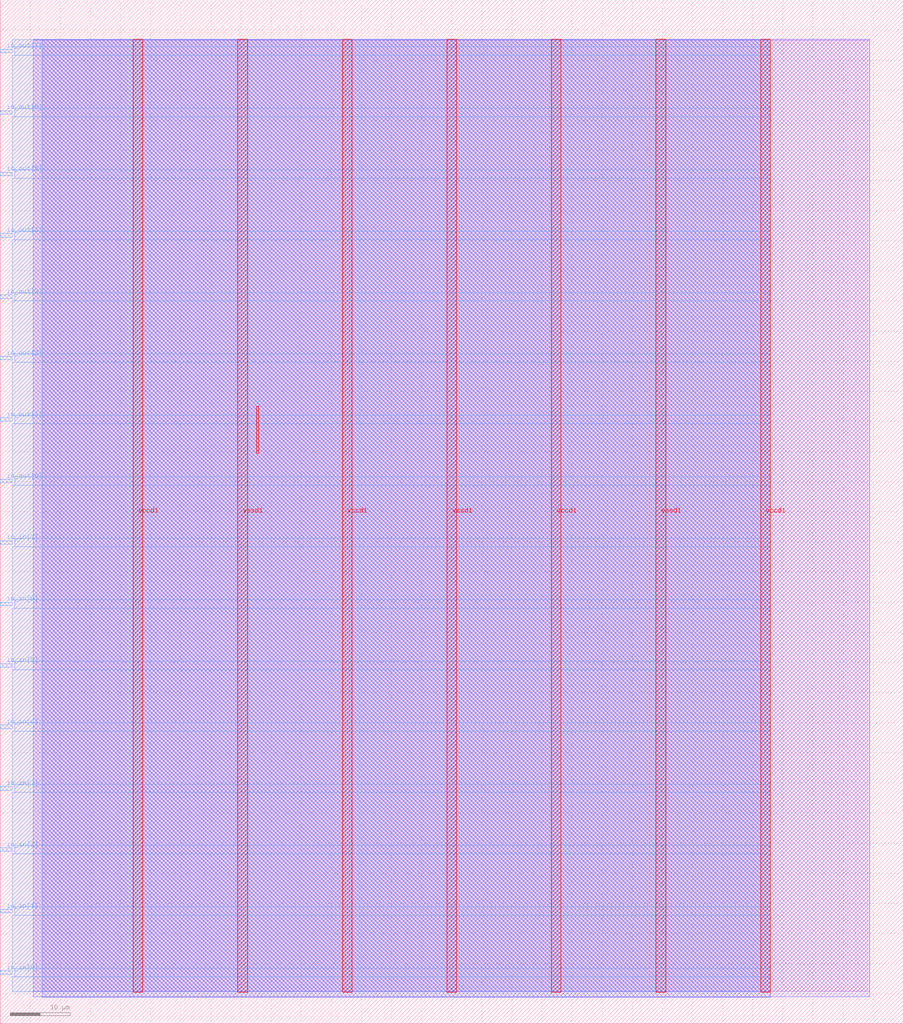
<source format=lef>
VERSION 5.7 ;
  NOWIREEXTENSIONATPIN ON ;
  DIVIDERCHAR "/" ;
  BUSBITCHARS "[]" ;
MACRO msaghir_top_level
  CLASS BLOCK ;
  FOREIGN msaghir_top_level ;
  ORIGIN 0.000 0.000 ;
  SIZE 150.000 BY 170.000 ;
  PIN io_in[0]
    DIRECTION INPUT ;
    USE SIGNAL ;
    PORT
      LAYER met3 ;
        RECT 0.000 8.200 2.000 8.800 ;
    END
  END io_in[0]
  PIN io_in[1]
    DIRECTION INPUT ;
    USE SIGNAL ;
    PORT
      LAYER met3 ;
        RECT 0.000 18.400 2.000 19.000 ;
    END
  END io_in[1]
  PIN io_in[2]
    DIRECTION INPUT ;
    USE SIGNAL ;
    PORT
      LAYER met3 ;
        RECT 0.000 28.600 2.000 29.200 ;
    END
  END io_in[2]
  PIN io_in[3]
    DIRECTION INPUT ;
    USE SIGNAL ;
    PORT
      LAYER met3 ;
        RECT 0.000 38.800 2.000 39.400 ;
    END
  END io_in[3]
  PIN io_in[4]
    DIRECTION INPUT ;
    USE SIGNAL ;
    PORT
      LAYER met3 ;
        RECT 0.000 49.000 2.000 49.600 ;
    END
  END io_in[4]
  PIN io_in[5]
    DIRECTION INPUT ;
    USE SIGNAL ;
    PORT
      LAYER met3 ;
        RECT 0.000 59.200 2.000 59.800 ;
    END
  END io_in[5]
  PIN io_in[6]
    DIRECTION INPUT ;
    USE SIGNAL ;
    PORT
      LAYER met3 ;
        RECT 0.000 69.400 2.000 70.000 ;
    END
  END io_in[6]
  PIN io_in[7]
    DIRECTION INPUT ;
    USE SIGNAL ;
    PORT
      LAYER met3 ;
        RECT 0.000 79.600 2.000 80.200 ;
    END
  END io_in[7]
  PIN io_out[0]
    DIRECTION OUTPUT TRISTATE ;
    USE SIGNAL ;
    PORT
      LAYER met3 ;
        RECT 0.000 89.800 2.000 90.400 ;
    END
  END io_out[0]
  PIN io_out[1]
    DIRECTION OUTPUT TRISTATE ;
    USE SIGNAL ;
    PORT
      LAYER met3 ;
        RECT 0.000 100.000 2.000 100.600 ;
    END
  END io_out[1]
  PIN io_out[2]
    DIRECTION OUTPUT TRISTATE ;
    USE SIGNAL ;
    PORT
      LAYER met3 ;
        RECT 0.000 110.200 2.000 110.800 ;
    END
  END io_out[2]
  PIN io_out[3]
    DIRECTION OUTPUT TRISTATE ;
    USE SIGNAL ;
    PORT
      LAYER met3 ;
        RECT 0.000 120.400 2.000 121.000 ;
    END
  END io_out[3]
  PIN io_out[4]
    DIRECTION OUTPUT TRISTATE ;
    USE SIGNAL ;
    PORT
      LAYER met3 ;
        RECT 0.000 130.600 2.000 131.200 ;
    END
  END io_out[4]
  PIN io_out[5]
    DIRECTION OUTPUT TRISTATE ;
    USE SIGNAL ;
    PORT
      LAYER met3 ;
        RECT 0.000 140.800 2.000 141.400 ;
    END
  END io_out[5]
  PIN io_out[6]
    DIRECTION OUTPUT TRISTATE ;
    USE SIGNAL ;
    PORT
      LAYER met3 ;
        RECT 0.000 151.000 2.000 151.600 ;
    END
  END io_out[6]
  PIN io_out[7]
    DIRECTION OUTPUT TRISTATE ;
    USE SIGNAL ;
    PORT
      LAYER met3 ;
        RECT 0.000 161.200 2.000 161.800 ;
    END
  END io_out[7]
  PIN vccd1
    DIRECTION INOUT ;
    USE POWER ;
    PORT
      LAYER met4 ;
        RECT 22.090 5.200 23.690 163.440 ;
    END
    PORT
      LAYER met4 ;
        RECT 56.830 5.200 58.430 163.440 ;
    END
    PORT
      LAYER met4 ;
        RECT 91.570 5.200 93.170 163.440 ;
    END
    PORT
      LAYER met4 ;
        RECT 126.310 5.200 127.910 163.440 ;
    END
  END vccd1
  PIN vssd1
    DIRECTION INOUT ;
    USE GROUND ;
    PORT
      LAYER met4 ;
        RECT 39.460 5.200 41.060 163.440 ;
    END
    PORT
      LAYER met4 ;
        RECT 74.200 5.200 75.800 163.440 ;
    END
    PORT
      LAYER met4 ;
        RECT 108.940 5.200 110.540 163.440 ;
    END
  END vssd1
  OBS
      LAYER li1 ;
        RECT 5.520 5.355 144.440 163.285 ;
      LAYER met1 ;
        RECT 5.520 4.460 144.440 163.440 ;
      LAYER met2 ;
        RECT 6.990 4.430 127.880 163.385 ;
      LAYER met3 ;
        RECT 2.000 162.200 127.900 163.365 ;
        RECT 2.400 160.800 127.900 162.200 ;
        RECT 2.000 152.000 127.900 160.800 ;
        RECT 2.400 150.600 127.900 152.000 ;
        RECT 2.000 141.800 127.900 150.600 ;
        RECT 2.400 140.400 127.900 141.800 ;
        RECT 2.000 131.600 127.900 140.400 ;
        RECT 2.400 130.200 127.900 131.600 ;
        RECT 2.000 121.400 127.900 130.200 ;
        RECT 2.400 120.000 127.900 121.400 ;
        RECT 2.000 111.200 127.900 120.000 ;
        RECT 2.400 109.800 127.900 111.200 ;
        RECT 2.000 101.000 127.900 109.800 ;
        RECT 2.400 99.600 127.900 101.000 ;
        RECT 2.000 90.800 127.900 99.600 ;
        RECT 2.400 89.400 127.900 90.800 ;
        RECT 2.000 80.600 127.900 89.400 ;
        RECT 2.400 79.200 127.900 80.600 ;
        RECT 2.000 70.400 127.900 79.200 ;
        RECT 2.400 69.000 127.900 70.400 ;
        RECT 2.000 60.200 127.900 69.000 ;
        RECT 2.400 58.800 127.900 60.200 ;
        RECT 2.000 50.000 127.900 58.800 ;
        RECT 2.400 48.600 127.900 50.000 ;
        RECT 2.000 39.800 127.900 48.600 ;
        RECT 2.400 38.400 127.900 39.800 ;
        RECT 2.000 29.600 127.900 38.400 ;
        RECT 2.400 28.200 127.900 29.600 ;
        RECT 2.000 19.400 127.900 28.200 ;
        RECT 2.400 18.000 127.900 19.400 ;
        RECT 2.000 9.200 127.900 18.000 ;
        RECT 2.400 7.800 127.900 9.200 ;
        RECT 2.000 5.275 127.900 7.800 ;
      LAYER met4 ;
        RECT 42.615 94.695 42.945 102.505 ;
  END
END msaghir_top_level
END LIBRARY


</source>
